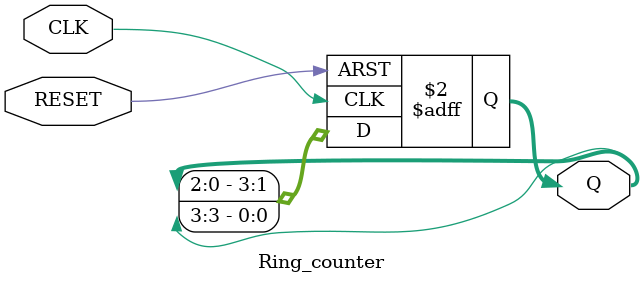
<source format=v>
`timescale 1ns / 1ps

module Ring_counter(
    input CLK,
    input RESET,
    output reg [3:0] Q
    );
    
    always@(posedge CLK or posedge RESET)
    begin
    if(RESET)
    Q <= 4'b0001;
   else 
    Q <= {Q[2:0], Q[3]};
    end
endmodule

</source>
